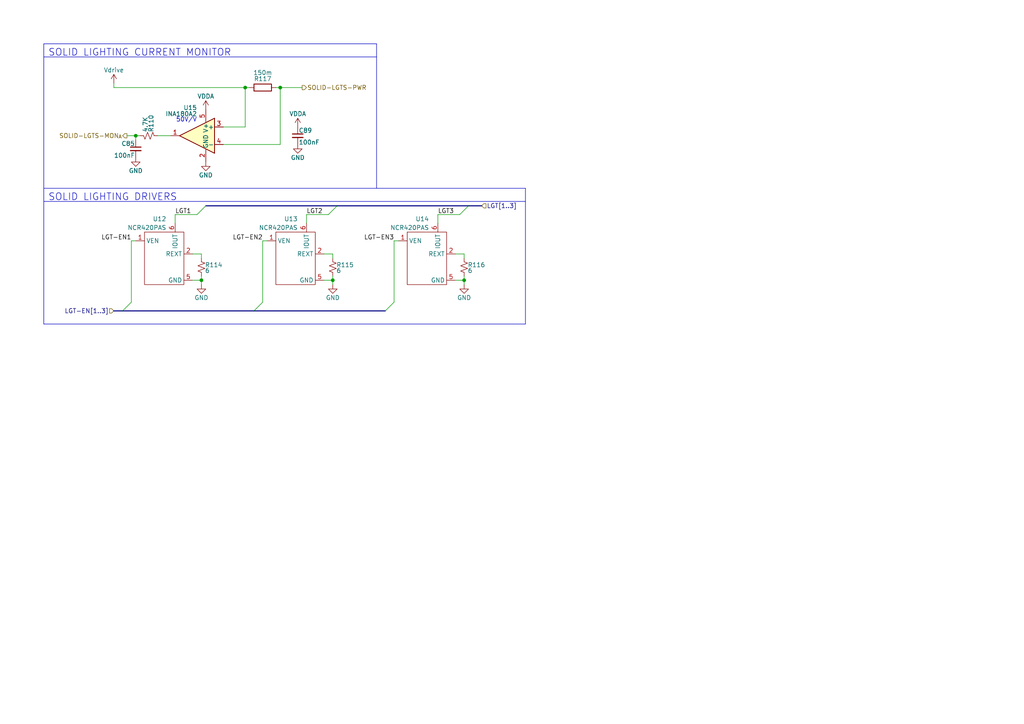
<source format=kicad_sch>
(kicad_sch (version 20230121) (generator eeschema)

  (uuid 922813a9-ddd9-402f-a53b-bac0564c2415)

  (paper "A4")

  (title_block
    (title "LightDrum")
    (rev "REV13")
    (company "Daxxn Industries")
  )

  (lib_symbols
    (symbol "Amplifier_Current:INA180A3" (pin_names (offset 0.127)) (in_bom yes) (on_board yes)
      (property "Reference" "U" (at 3.81 3.81 0)
        (effects (font (size 1.27 1.27)) (justify left))
      )
      (property "Value" "INA180A3" (at 3.81 -2.54 0)
        (effects (font (size 1.27 1.27)) (justify left))
      )
      (property "Footprint" "Package_TO_SOT_SMD:SOT-23-5" (at 1.27 1.27 0)
        (effects (font (size 1.27 1.27)) hide)
      )
      (property "Datasheet" "http://www.ti.com/lit/ds/symlink/ina180.pdf" (at 3.81 3.81 0)
        (effects (font (size 1.27 1.27)) hide)
      )
      (property "ki_keywords" "current monitor shunt sensor" (at 0 0 0)
        (effects (font (size 1.27 1.27)) hide)
      )
      (property "ki_description" "Current Sense Amplifier, 1 Circuit, Rail-to-Rail, 26V, Gain 100 V/V, SOT-23-5" (at 0 0 0)
        (effects (font (size 1.27 1.27)) hide)
      )
      (property "ki_fp_filters" "SOT?23*" (at 0 0 0)
        (effects (font (size 1.27 1.27)) hide)
      )
      (symbol "INA180A3_0_1"
        (polyline
          (pts
            (xy 5.08 0)
            (xy -5.08 5.08)
            (xy -5.08 -5.08)
            (xy 5.08 0)
          )
          (stroke (width 0.254) (type default))
          (fill (type background))
        )
      )
      (symbol "INA180A3_1_1"
        (pin output line (at 7.62 0 180) (length 2.54)
          (name "~" (effects (font (size 1.27 1.27))))
          (number "1" (effects (font (size 1.27 1.27))))
        )
        (pin power_in line (at -2.54 -7.62 90) (length 3.81)
          (name "GND" (effects (font (size 1.27 1.27))))
          (number "2" (effects (font (size 1.27 1.27))))
        )
        (pin input line (at -7.62 2.54 0) (length 2.54)
          (name "+" (effects (font (size 1.27 1.27))))
          (number "3" (effects (font (size 1.27 1.27))))
        )
        (pin input line (at -7.62 -2.54 0) (length 2.54)
          (name "-" (effects (font (size 1.27 1.27))))
          (number "4" (effects (font (size 1.27 1.27))))
        )
        (pin power_in line (at -2.54 7.62 270) (length 3.81)
          (name "V+" (effects (font (size 1.27 1.27))))
          (number "5" (effects (font (size 1.27 1.27))))
        )
      )
    )
    (symbol "Daxxn_Device:C" (pin_numbers hide) (pin_names (offset 0.254) hide) (in_bom yes) (on_board yes)
      (property "Reference" "C" (at 0.254 1.524 0)
        (effects (font (size 1.27 1.27)) (justify left))
      )
      (property "Value" "C" (at 0.254 -1.905 0)
        (effects (font (size 1.27 1.27)) (justify left))
      )
      (property "Footprint" "" (at 0 0 0)
        (effects (font (size 1.27 1.27)) hide)
      )
      (property "Datasheet" "~" (at 0 0 0)
        (effects (font (size 1.27 1.27)) hide)
      )
      (property "ki_keywords" "capacitor cap daxxn" (at 0 0 0)
        (effects (font (size 1.27 1.27)) hide)
      )
      (property "ki_description" "Unpolarized Capacitor" (at 0 0 0)
        (effects (font (size 1.27 1.27)) hide)
      )
      (property "ki_fp_filters" "C_*" (at 0 0 0)
        (effects (font (size 1.27 1.27)) hide)
      )
      (symbol "C_0_1"
        (polyline
          (pts
            (xy -1.524 -0.508)
            (xy 1.524 -0.508)
          )
          (stroke (width 0.3302) (type default))
          (fill (type none))
        )
        (polyline
          (pts
            (xy -1.524 0.508)
            (xy 1.524 0.508)
          )
          (stroke (width 0.3048) (type default))
          (fill (type none))
        )
      )
      (symbol "C_1_1"
        (pin passive line (at 0 2.54 270) (length 2.032)
          (name "~" (effects (font (size 1.27 1.27))))
          (number "1" (effects (font (size 1.27 1.27))))
        )
        (pin passive line (at 0 -2.54 90) (length 2.032)
          (name "~" (effects (font (size 1.27 1.27))))
          (number "2" (effects (font (size 1.27 1.27))))
        )
      )
    )
    (symbol "Daxxn_Device:R" (pin_numbers hide) (pin_names (offset 0.254) hide) (in_bom yes) (on_board yes)
      (property "Reference" "R" (at 1.016 0.635 0)
        (effects (font (size 1.27 1.27)) (justify left))
      )
      (property "Value" "R" (at 1.016 -1.016 0)
        (effects (font (size 1.27 1.27)) (justify left))
      )
      (property "Footprint" "" (at 0 0 0)
        (effects (font (size 1.27 1.27)) hide)
      )
      (property "Datasheet" "~" (at 0 0 0)
        (effects (font (size 1.27 1.27)) hide)
      )
      (property "ki_keywords" "r resistor daxxn" (at 0 0 0)
        (effects (font (size 1.27 1.27)) hide)
      )
      (property "ki_description" "Resistor" (at 0 0 0)
        (effects (font (size 1.27 1.27)) hide)
      )
      (property "ki_fp_filters" "R_*" (at 0 0 0)
        (effects (font (size 1.27 1.27)) hide)
      )
      (symbol "R_1_1"
        (polyline
          (pts
            (xy 0 0)
            (xy 1.016 -0.381)
            (xy 0 -0.762)
            (xy -1.016 -1.143)
            (xy 0 -1.524)
          )
          (stroke (width 0) (type default))
          (fill (type none))
        )
        (polyline
          (pts
            (xy 0 1.524)
            (xy 1.016 1.143)
            (xy 0 0.762)
            (xy -1.016 0.381)
            (xy 0 0)
          )
          (stroke (width 0) (type default))
          (fill (type none))
        )
        (pin passive line (at 0 2.54 270) (length 1.016)
          (name "~" (effects (font (size 1.27 1.27))))
          (number "1" (effects (font (size 1.27 1.27))))
        )
        (pin passive line (at 0 -2.54 90) (length 1.016)
          (name "~" (effects (font (size 1.27 1.27))))
          (number "2" (effects (font (size 1.27 1.27))))
        )
      )
    )
    (symbol "Daxxn_Device:R_Shunt" (pin_numbers hide) (pin_names (offset 0)) (in_bom yes) (on_board yes)
      (property "Reference" "R" (at -3.81 0 90)
        (effects (font (size 1.27 1.27)))
      )
      (property "Value" "R_Shunt" (at -2.032 0 90)
        (effects (font (size 1.27 1.27)))
      )
      (property "Footprint" "" (at -1.778 0 90)
        (effects (font (size 1.27 1.27)) hide)
      )
      (property "Datasheet" "~" (at 0.635 0 0)
        (effects (font (size 1.27 1.27)) hide)
      )
      (property "ki_keywords" "R res resistor daxxn" (at 0 0 0)
        (effects (font (size 1.27 1.27)) hide)
      )
      (property "ki_description" "Shunt Resistor" (at 0 0 0)
        (effects (font (size 1.27 1.27)) hide)
      )
      (property "ki_fp_filters" "R_*" (at 0 0 0)
        (effects (font (size 1.27 1.27)) hide)
      )
      (symbol "R_Shunt_0_1"
        (rectangle (start -1.016 -2.54) (end 1.016 2.54)
          (stroke (width 0.254) (type default))
          (fill (type none))
        )
      )
      (symbol "R_Shunt_1_1"
        (pin passive line (at 0 3.81 270) (length 1.27)
          (name "~" (effects (font (size 1.27 1.27))))
          (number "1" (effects (font (size 1.27 1.27))))
        )
        (pin passive line (at 0 -3.81 90) (length 1.27)
          (name "~" (effects (font (size 1.27 1.27))))
          (number "2" (effects (font (size 1.27 1.27))))
        )
      )
    )
    (symbol "Daxxn_IC:NCR420PAS" (in_bom yes) (on_board yes)
      (property "Reference" "U" (at 6.35 3.81 0)
        (effects (font (size 1.27 1.27)) (justify right))
      )
      (property "Value" "NCR420PAS" (at 6.35 1.27 0)
        (effects (font (size 1.27 1.27)) (justify right))
      )
      (property "Footprint" "Daxxn_Packages:DFN2020D-6_2x2mm-P0.65mm" (at -4.699 2.667 0)
        (effects (font (size 1.27 1.27)) hide)
      )
      (property "Datasheet" "%LOCAL_DATASHEETS%/NCR420PAS.pdf" (at 5.08 10.16 0)
        (effects (font (size 1.27 1.27)) hide)
      )
      (property "ki_keywords" "led driver pwm 150ma smd" (at 0 0 0)
        (effects (font (size 1.27 1.27)) hide)
      )
      (property "ki_description" "LED Driver 1 Output Linear With PWM Dimming 150mA DFN2020D-6 SMD" (at 0 0 0)
        (effects (font (size 1.27 1.27)) hide)
      )
      (symbol "NCR420PAS_0_0"
        (pin input line (at -2.54 -2.54 0) (length 2.54)
          (name "VEN" (effects (font (size 1.27 1.27))))
          (number "1" (effects (font (size 1.27 1.27))))
        )
        (pin passive line (at 13.97 -6.35 180) (length 2.54)
          (name "REXT" (effects (font (size 1.27 1.27))))
          (number "2" (effects (font (size 1.27 1.27))))
        )
        (pin no_connect line (at 3.81 -8.89 0) (length 2.54) hide
          (name "NC" (effects (font (size 1.27 1.27))))
          (number "3" (effects (font (size 1.27 1.27))))
        )
        (pin no_connect line (at 3.81 -8.89 0) (length 2.54) hide
          (name "NC" (effects (font (size 1.27 1.27))))
          (number "4" (effects (font (size 1.27 1.27))))
        )
        (pin power_out line (at 13.97 -13.97 180) (length 2.54)
          (name "GND" (effects (font (size 1.27 1.27))))
          (number "5" (effects (font (size 1.27 1.27))))
        )
        (pin input line (at 8.89 2.54 270) (length 2.54)
          (name "IOUT" (effects (font (size 1.27 1.27))))
          (number "6" (effects (font (size 1.27 1.27))))
        )
        (pin input line (at 8.89 2.54 270) (length 2.54) hide
          (name "IOUT" (effects (font (size 1.27 1.27))))
          (number "7" (effects (font (size 1.27 1.27))))
        )
        (pin no_connect line (at 3.81 -8.89 0) (length 2.54) hide
          (name "NC" (effects (font (size 1.27 1.27))))
          (number "8" (effects (font (size 1.27 1.27))))
        )
      )
      (symbol "NCR420PAS_0_1"
        (rectangle (start 0 0) (end 11.43 -15.24)
          (stroke (width 0) (type default))
          (fill (type none))
        )
      )
    )
    (symbol "PCM_4ms_Power-symbol:GND" (power) (pin_names (offset 0)) (in_bom yes) (on_board yes)
      (property "Reference" "#PWR" (at 0 -6.35 0)
        (effects (font (size 1.27 1.27)) hide)
      )
      (property "Value" "GND" (at 0 -3.81 0)
        (effects (font (size 1.27 1.27)))
      )
      (property "Footprint" "" (at 0 0 0)
        (effects (font (size 1.27 1.27)) hide)
      )
      (property "Datasheet" "" (at 0 0 0)
        (effects (font (size 1.27 1.27)) hide)
      )
      (symbol "GND_0_1"
        (polyline
          (pts
            (xy 0 0)
            (xy 0 -1.27)
            (xy 1.27 -1.27)
            (xy 0 -2.54)
            (xy -1.27 -1.27)
            (xy 0 -1.27)
          )
          (stroke (width 0) (type default))
          (fill (type none))
        )
      )
      (symbol "GND_1_1"
        (pin power_in line (at 0 0 270) (length 0) hide
          (name "GND" (effects (font (size 1.27 1.27))))
          (number "1" (effects (font (size 1.27 1.27))))
        )
      )
    )
    (symbol "power:VDDA" (power) (pin_names (offset 0)) (in_bom yes) (on_board yes)
      (property "Reference" "#PWR" (at 0 -3.81 0)
        (effects (font (size 1.27 1.27)) hide)
      )
      (property "Value" "VDDA" (at 0 3.81 0)
        (effects (font (size 1.27 1.27)))
      )
      (property "Footprint" "" (at 0 0 0)
        (effects (font (size 1.27 1.27)) hide)
      )
      (property "Datasheet" "" (at 0 0 0)
        (effects (font (size 1.27 1.27)) hide)
      )
      (property "ki_keywords" "global power" (at 0 0 0)
        (effects (font (size 1.27 1.27)) hide)
      )
      (property "ki_description" "Power symbol creates a global label with name \"VDDA\"" (at 0 0 0)
        (effects (font (size 1.27 1.27)) hide)
      )
      (symbol "VDDA_0_1"
        (polyline
          (pts
            (xy -0.762 1.27)
            (xy 0 2.54)
          )
          (stroke (width 0) (type default))
          (fill (type none))
        )
        (polyline
          (pts
            (xy 0 0)
            (xy 0 2.54)
          )
          (stroke (width 0) (type default))
          (fill (type none))
        )
        (polyline
          (pts
            (xy 0 2.54)
            (xy 0.762 1.27)
          )
          (stroke (width 0) (type default))
          (fill (type none))
        )
      )
      (symbol "VDDA_1_1"
        (pin power_in line (at 0 0 90) (length 0) hide
          (name "VDDA" (effects (font (size 1.27 1.27))))
          (number "1" (effects (font (size 1.27 1.27))))
        )
      )
    )
    (symbol "power:Vdrive" (power) (pin_names (offset 0)) (in_bom yes) (on_board yes)
      (property "Reference" "#PWR" (at -5.08 -3.81 0)
        (effects (font (size 1.27 1.27)) hide)
      )
      (property "Value" "Vdrive" (at 0 3.81 0)
        (effects (font (size 1.27 1.27)))
      )
      (property "Footprint" "" (at 0 0 0)
        (effects (font (size 1.27 1.27)) hide)
      )
      (property "Datasheet" "" (at 0 0 0)
        (effects (font (size 1.27 1.27)) hide)
      )
      (property "ki_keywords" "global power" (at 0 0 0)
        (effects (font (size 1.27 1.27)) hide)
      )
      (property "ki_description" "Power symbol creates a global label with name \"Vdrive\"" (at 0 0 0)
        (effects (font (size 1.27 1.27)) hide)
      )
      (symbol "Vdrive_0_1"
        (polyline
          (pts
            (xy -0.762 1.27)
            (xy 0 2.54)
          )
          (stroke (width 0) (type default))
          (fill (type none))
        )
        (polyline
          (pts
            (xy 0 0)
            (xy 0 2.54)
          )
          (stroke (width 0) (type default))
          (fill (type none))
        )
        (polyline
          (pts
            (xy 0 2.54)
            (xy 0.762 1.27)
          )
          (stroke (width 0) (type default))
          (fill (type none))
        )
      )
      (symbol "Vdrive_1_1"
        (pin power_in line (at 0 0 90) (length 0) hide
          (name "Vdrive" (effects (font (size 1.27 1.27))))
          (number "1" (effects (font (size 1.27 1.27))))
        )
      )
    )
  )

  (junction (at 134.62 81.28) (diameter 0) (color 0 0 0 0)
    (uuid 2d7e6966-ff6d-41ef-830b-a12d99464564)
  )
  (junction (at 58.42 81.28) (diameter 0) (color 0 0 0 0)
    (uuid 61f87cc1-50a7-47d6-9ea0-f1ceda159107)
  )
  (junction (at 39.37 39.37) (diameter 0) (color 0 0 0 0)
    (uuid 664b1810-1f25-42a7-849c-8ea47d8e62ab)
  )
  (junction (at 81.28 25.4) (diameter 0) (color 0 0 0 0)
    (uuid 9a79fc5b-f760-418d-bece-8c59f979c604)
  )
  (junction (at 96.52 81.28) (diameter 0) (color 0 0 0 0)
    (uuid d6d8a838-4c5f-422b-8e3a-716dd9bbba0b)
  )
  (junction (at 71.12 25.4) (diameter 0) (color 0 0 0 0)
    (uuid ebd3e226-165c-4d39-a595-759bb27bd8eb)
  )

  (bus_entry (at 57.15 62.23) (size 2.54 -2.54)
    (stroke (width 0) (type default))
    (uuid 353a01a5-652f-42e5-ab83-157d37a8c791)
  )
  (bus_entry (at 35.56 90.17) (size 2.54 -2.54)
    (stroke (width 0) (type default))
    (uuid 56add277-e88c-4ee6-87b0-082c64b3a91d)
  )
  (bus_entry (at 133.35 62.23) (size 2.54 -2.54)
    (stroke (width 0) (type default))
    (uuid 6e952ac6-6f52-4012-89b6-a471d8ff0afb)
  )
  (bus_entry (at 73.66 90.17) (size 2.54 -2.54)
    (stroke (width 0) (type default))
    (uuid 79f42a8a-5c08-4e08-9e30-44bea07269a8)
  )
  (bus_entry (at 111.76 90.17) (size 2.54 -2.54)
    (stroke (width 0) (type default))
    (uuid 7b223446-0bc3-4368-a9c1-bb8a5ef5ca1a)
  )
  (bus_entry (at 95.25 62.23) (size 2.54 -2.54)
    (stroke (width 0) (type default))
    (uuid c1984d94-1ec2-48fb-b14f-0dd27a365cd3)
  )

  (bus (pts (xy 59.69 59.69) (xy 97.79 59.69))
    (stroke (width 0) (type default))
    (uuid 0ae3432e-37b2-40ae-b173-2ff4a4b02b90)
  )

  (wire (pts (xy 96.52 81.28) (xy 96.52 82.55))
    (stroke (width 0) (type default))
    (uuid 0d043ace-13ed-4f6a-a4c1-4a499edae8c6)
  )
  (polyline (pts (xy 109.22 54.61) (xy 152.4 54.61))
    (stroke (width 0) (type default))
    (uuid 10215d58-8f32-4253-8d1c-d1619490617c)
  )

  (wire (pts (xy 127 62.23) (xy 127 64.77))
    (stroke (width 0) (type default))
    (uuid 15a841ff-009e-471d-aa3c-c05265ff7fae)
  )
  (wire (pts (xy 50.8 62.23) (xy 57.15 62.23))
    (stroke (width 0) (type default))
    (uuid 18c9ed0b-ec42-42e0-9db6-2cc408fc478b)
  )
  (wire (pts (xy 58.42 80.01) (xy 58.42 81.28))
    (stroke (width 0) (type default))
    (uuid 214b03d6-a4ac-4460-916c-7c0691094c2d)
  )
  (wire (pts (xy 33.02 24.13) (xy 33.02 25.4))
    (stroke (width 0) (type default))
    (uuid 27d78234-d824-4e4c-b977-1fd236df621e)
  )
  (wire (pts (xy 71.12 36.83) (xy 64.77 36.83))
    (stroke (width 0) (type default))
    (uuid 336f054b-7f77-478f-8301-3c9e16bcc18f)
  )
  (wire (pts (xy 134.62 80.01) (xy 134.62 81.28))
    (stroke (width 0) (type default))
    (uuid 338c400d-c4aa-49e0-b98e-638c9e679135)
  )
  (wire (pts (xy 76.2 87.63) (xy 76.2 69.85))
    (stroke (width 0) (type default))
    (uuid 34e46ada-f813-41f1-ba3b-456b720c3d77)
  )
  (wire (pts (xy 36.83 39.37) (xy 39.37 39.37))
    (stroke (width 0) (type default))
    (uuid 35e24b37-a2c8-4ffd-8256-2437619f9623)
  )
  (wire (pts (xy 132.08 81.28) (xy 134.62 81.28))
    (stroke (width 0) (type default))
    (uuid 3ccc1a9c-7e7c-49d8-8d3c-2fc94140636b)
  )
  (wire (pts (xy 93.98 81.28) (xy 96.52 81.28))
    (stroke (width 0) (type default))
    (uuid 43afaf08-2fdd-4d89-8d3c-a210671136bc)
  )
  (polyline (pts (xy 12.7 58.42) (xy 152.4 58.42))
    (stroke (width 0) (type default))
    (uuid 45491bba-50bd-4660-b533-f3cc8aee6789)
  )

  (wire (pts (xy 38.1 87.63) (xy 38.1 69.85))
    (stroke (width 0) (type default))
    (uuid 56ac3afe-863f-40d5-b360-958c2d948263)
  )
  (polyline (pts (xy 12.7 12.7) (xy 12.7 54.61))
    (stroke (width 0) (type default))
    (uuid 5787f163-228c-49b7-8a0e-251b7b166467)
  )

  (wire (pts (xy 45.72 39.37) (xy 49.53 39.37))
    (stroke (width 0) (type default))
    (uuid 5dd39bda-c239-4e57-9a5e-72738202c3c4)
  )
  (wire (pts (xy 133.35 62.23) (xy 127 62.23))
    (stroke (width 0) (type default))
    (uuid 6339a858-a346-4c9d-aa7f-015d4f4de906)
  )
  (polyline (pts (xy 12.7 12.7) (xy 109.22 12.7))
    (stroke (width 0) (type default))
    (uuid 6bd81579-b046-4cfb-8047-12c26fdf082f)
  )

  (wire (pts (xy 114.3 87.63) (xy 114.3 69.85))
    (stroke (width 0) (type default))
    (uuid 7137fccc-6a1a-4b7e-9053-55bd3f803029)
  )
  (wire (pts (xy 55.88 81.28) (xy 58.42 81.28))
    (stroke (width 0) (type default))
    (uuid 8308f60d-0397-448b-beb7-605b4bbe1ad2)
  )
  (wire (pts (xy 134.62 81.28) (xy 134.62 82.55))
    (stroke (width 0) (type default))
    (uuid 8537c6ff-1c49-4f34-9415-9e977fe23884)
  )
  (wire (pts (xy 81.28 41.91) (xy 81.28 25.4))
    (stroke (width 0) (type default))
    (uuid 87b0e9d8-8bb1-4507-8e2c-175a501d94e6)
  )
  (wire (pts (xy 81.28 25.4) (xy 87.63 25.4))
    (stroke (width 0) (type default))
    (uuid 8df59cdd-4b69-4599-ba04-31a3fda5c324)
  )
  (bus (pts (xy 33.02 90.17) (xy 35.56 90.17))
    (stroke (width 0) (type default))
    (uuid 92beb391-634a-4639-826b-ed90d4c7b832)
  )

  (wire (pts (xy 88.9 62.23) (xy 88.9 64.77))
    (stroke (width 0) (type default))
    (uuid 92ef088b-b31e-40d6-a835-bd56b5281a33)
  )
  (wire (pts (xy 40.64 39.37) (xy 39.37 39.37))
    (stroke (width 0) (type default))
    (uuid 9466beac-7040-4e8e-bc19-6a9054bd74c1)
  )
  (wire (pts (xy 39.37 39.37) (xy 39.37 40.64))
    (stroke (width 0) (type default))
    (uuid 9e04175a-fd82-4af3-91a9-87a869641ef7)
  )
  (wire (pts (xy 95.25 62.23) (xy 88.9 62.23))
    (stroke (width 0) (type default))
    (uuid 9ec77ec2-6991-415a-b760-d2ccd23ba789)
  )
  (wire (pts (xy 93.98 73.66) (xy 96.52 73.66))
    (stroke (width 0) (type default))
    (uuid a2d4fab0-b46a-4055-9ce4-5482eb5df5d7)
  )
  (wire (pts (xy 33.02 25.4) (xy 71.12 25.4))
    (stroke (width 0) (type default))
    (uuid a54d97b0-23f0-48e4-845e-684e6b17e551)
  )
  (wire (pts (xy 134.62 73.66) (xy 134.62 74.93))
    (stroke (width 0) (type default))
    (uuid a5833fb2-862d-4ce5-a566-e27838150cf2)
  )
  (wire (pts (xy 114.3 69.85) (xy 115.57 69.85))
    (stroke (width 0) (type default))
    (uuid a92d1346-ba9c-48cc-a8da-4862041db993)
  )
  (polyline (pts (xy 12.7 93.98) (xy 12.7 54.61))
    (stroke (width 0) (type default))
    (uuid ae10dbcc-f72e-4bc6-a738-68982fae0cc7)
  )

  (bus (pts (xy 35.56 90.17) (xy 73.66 90.17))
    (stroke (width 0) (type default))
    (uuid aec1eaa1-54f1-4eb6-ba47-f293dbad9d51)
  )

  (wire (pts (xy 58.42 73.66) (xy 58.42 74.93))
    (stroke (width 0) (type default))
    (uuid b1ddef79-a1a1-4fb5-ba4d-e19b2bfd2086)
  )
  (wire (pts (xy 132.08 73.66) (xy 134.62 73.66))
    (stroke (width 0) (type default))
    (uuid b3c64fbe-0d17-413c-aa25-e400e502ba31)
  )
  (bus (pts (xy 135.89 59.69) (xy 139.7 59.69))
    (stroke (width 0) (type default))
    (uuid b6470328-5acf-449b-9d2f-e0c8bbcee076)
  )

  (wire (pts (xy 50.8 62.23) (xy 50.8 64.77))
    (stroke (width 0) (type default))
    (uuid b65d7b69-9b0b-459c-a4c0-2638b607dee2)
  )
  (wire (pts (xy 58.42 81.28) (xy 58.42 82.55))
    (stroke (width 0) (type default))
    (uuid ba33a92c-d749-45a8-879c-fb66a0e466c9)
  )
  (wire (pts (xy 71.12 25.4) (xy 72.39 25.4))
    (stroke (width 0) (type default))
    (uuid bab407d2-e491-499f-af42-4b2ae38da755)
  )
  (wire (pts (xy 71.12 25.4) (xy 71.12 36.83))
    (stroke (width 0) (type default))
    (uuid c36dc050-136a-4d96-8005-e9bfadc9a34e)
  )
  (wire (pts (xy 38.1 69.85) (xy 39.37 69.85))
    (stroke (width 0) (type default))
    (uuid c377dc46-1641-4362-88c4-33d41a3f9b91)
  )
  (polyline (pts (xy 109.22 54.61) (xy 12.7 54.61))
    (stroke (width 0) (type default))
    (uuid c7ab75fb-31eb-413c-80e5-336153810641)
  )

  (wire (pts (xy 76.2 69.85) (xy 77.47 69.85))
    (stroke (width 0) (type default))
    (uuid cb92c4d4-5b72-469c-93ca-83482ce723e6)
  )
  (wire (pts (xy 96.52 80.01) (xy 96.52 81.28))
    (stroke (width 0) (type default))
    (uuid d345a561-fb18-49b7-9984-33a1dd715b65)
  )
  (wire (pts (xy 55.88 73.66) (xy 58.42 73.66))
    (stroke (width 0) (type default))
    (uuid d533ea16-25e1-4ba6-98dc-4139180abed8)
  )
  (wire (pts (xy 81.28 25.4) (xy 80.01 25.4))
    (stroke (width 0) (type default))
    (uuid d6448741-cea4-4942-a3ba-01c42d35835f)
  )
  (polyline (pts (xy 12.7 16.51) (xy 109.22 16.51))
    (stroke (width 0) (type default))
    (uuid d99067b8-a454-44a5-b12b-5020748f66f9)
  )

  (bus (pts (xy 73.66 90.17) (xy 111.76 90.17))
    (stroke (width 0) (type default))
    (uuid db216237-4fd2-4d06-83cc-c3e097f3ce13)
  )

  (polyline (pts (xy 152.4 54.61) (xy 152.4 93.98))
    (stroke (width 0) (type default))
    (uuid def81600-5516-44c3-89cf-c38b0bcbb036)
  )

  (wire (pts (xy 64.77 41.91) (xy 81.28 41.91))
    (stroke (width 0) (type default))
    (uuid e4d11af4-746e-4671-943f-8449403c6de2)
  )
  (bus (pts (xy 97.79 59.69) (xy 135.89 59.69))
    (stroke (width 0) (type default))
    (uuid e701572a-5baa-4fff-91b7-ccf171e6f221)
  )

  (wire (pts (xy 96.52 73.66) (xy 96.52 74.93))
    (stroke (width 0) (type default))
    (uuid ec4b85e7-e8ea-4305-80a7-a5389cfd1a16)
  )
  (polyline (pts (xy 152.4 93.98) (xy 12.7 93.98))
    (stroke (width 0) (type default))
    (uuid f284acea-af11-4532-80fb-57959f142e75)
  )
  (polyline (pts (xy 109.22 12.7) (xy 109.22 54.61))
    (stroke (width 0) (type default))
    (uuid f4828647-4166-4267-b51e-9ffafd52d6b5)
  )

  (text "50V/V" (at 57.15 35.56 0)
    (effects (font (size 1.27 1.27)) (justify right bottom))
    (uuid 53a28332-ea17-44e1-a06f-00120c5a1300)
  )
  (text "SOLID LIGHTING CURRENT MONITOR" (at 13.97 16.51 0)
    (effects (font (size 2 2)) (justify left bottom))
    (uuid 6bd3172e-5929-41c1-881a-63e85797401c)
  )
  (text "SOLID LIGHTING DRIVERS" (at 13.97 58.42 0)
    (effects (font (size 2 2)) (justify left bottom))
    (uuid dc524d1e-f404-4ae1-96e8-60cc23f607a5)
  )

  (label "LGT-EN3" (at 114.3 69.85 180) (fields_autoplaced)
    (effects (font (size 1.27 1.27)) (justify right bottom))
    (uuid 7125ecea-9ca9-49c1-b0ce-59357758ad62)
  )
  (label "LGT1" (at 50.8 62.23 0) (fields_autoplaced)
    (effects (font (size 1.27 1.27)) (justify left bottom))
    (uuid 74b1d6f6-692e-4286-bafa-6afbd4d24c28)
  )
  (label "LGT-EN1" (at 38.1 69.85 180) (fields_autoplaced)
    (effects (font (size 1.27 1.27)) (justify right bottom))
    (uuid 7a62c23c-b288-4b3f-a43c-78f59e604937)
  )
  (label "LGT-EN2" (at 76.2 69.85 180) (fields_autoplaced)
    (effects (font (size 1.27 1.27)) (justify right bottom))
    (uuid 7fe9e379-8e6f-44ec-9ea0-37df6a5b1ecf)
  )
  (label "LGT3" (at 127 62.23 0) (fields_autoplaced)
    (effects (font (size 1.27 1.27)) (justify left bottom))
    (uuid 81c15d52-ece8-4293-9cd1-68c56d693dfa)
  )
  (label "LGT2" (at 88.9 62.23 0) (fields_autoplaced)
    (effects (font (size 1.27 1.27)) (justify left bottom))
    (uuid cca9c9d9-f9c5-471b-970a-76f5555b8e28)
  )

  (hierarchical_label "LGT-EN[1..3]" (shape input) (at 33.02 90.17 180) (fields_autoplaced)
    (effects (font (size 1.27 1.27)) (justify right))
    (uuid 1928125f-475c-4930-aa4f-0809431333df)
  )
  (hierarchical_label "SOLID-LGTS-MON_{A}" (shape output) (at 36.83 39.37 180) (fields_autoplaced)
    (effects (font (size 1.27 1.27)) (justify right))
    (uuid 240e8be1-53ee-4a8f-87ad-8927128120fb)
  )
  (hierarchical_label "LGT[1..3]" (shape input) (at 139.7 59.69 0) (fields_autoplaced)
    (effects (font (size 1.27 1.27)) (justify left))
    (uuid 2bcbd096-ce67-4cec-9d2d-8331d15067da)
  )
  (hierarchical_label "SOLID-LGTS-PWR" (shape output) (at 87.63 25.4 0) (fields_autoplaced)
    (effects (font (size 1.27 1.27)) (justify left))
    (uuid df342b22-c38d-4d75-909c-2f7fdf24287a)
  )

  (symbol (lib_id "power:VDDA") (at 86.36 36.83 0) (unit 1)
    (in_bom yes) (on_board yes) (dnp no)
    (uuid 07a0fb2b-a8f3-4815-8a48-7a3916deebc0)
    (property "Reference" "#PWR0131" (at 86.36 40.64 0)
      (effects (font (size 1.27 1.27)) hide)
    )
    (property "Value" "VDDA" (at 86.36 33.02 0)
      (effects (font (size 1.27 1.27)))
    )
    (property "Footprint" "" (at 86.36 36.83 0)
      (effects (font (size 1.27 1.27)) hide)
    )
    (property "Datasheet" "" (at 86.36 36.83 0)
      (effects (font (size 1.27 1.27)) hide)
    )
    (pin "1" (uuid 431d09f2-6706-43d3-9f95-10c9da5176d5))
    (instances
      (project "LightDrum"
        (path "/7f137461-fd46-4a4c-8db7-555d487fb3ca/c5b6f44f-b454-4d73-ae8d-4f0249b04054/f487ad54-ecfd-46ce-97af-fbacfbdc739e"
          (reference "#PWR0131") (unit 1)
        )
      )
    )
  )

  (symbol (lib_id "Daxxn_Device:R") (at 96.52 77.47 0) (unit 1)
    (in_bom yes) (on_board yes) (dnp no)
    (uuid 352698ef-6862-4276-a0f4-944e5c011aa1)
    (property "Reference" "R115" (at 97.536 76.835 0)
      (effects (font (size 1.27 1.27)) (justify left))
    )
    (property "Value" "6" (at 97.536 78.486 0)
      (effects (font (size 1.27 1.27)) (justify left))
    )
    (property "Footprint" "Resistor_SMD:R_0402_1005Metric" (at 96.52 77.47 0)
      (effects (font (size 1.27 1.27)) hide)
    )
    (property "Datasheet" "~" (at 96.52 77.47 0)
      (effects (font (size 1.27 1.27)) hide)
    )
    (property "Schematic" "" (at 96.52 77.47 0)
      (effects (font (size 1.27 1.27)) hide)
    )
    (property "PartNumber" "" (at 96.52 77.47 0)
      (effects (font (size 1.27 1.27)))
    )
    (property "SupplierPN" "" (at 96.52 77.47 0)
      (effects (font (size 1.27 1.27)) hide)
    )
    (pin "1" (uuid bcd08f50-d4b6-4818-be6c-743ecc2ccb6e))
    (pin "2" (uuid e8ba8781-8599-4415-963f-88cc5dd78f8c))
    (instances
      (project "LightDrum"
        (path "/7f137461-fd46-4a4c-8db7-555d487fb3ca/c5b6f44f-b454-4d73-ae8d-4f0249b04054/f487ad54-ecfd-46ce-97af-fbacfbdc739e"
          (reference "R115") (unit 1)
        )
      )
    )
  )

  (symbol (lib_id "Daxxn_IC:NCR420PAS") (at 118.11 67.31 0) (unit 1)
    (in_bom yes) (on_board yes) (dnp no)
    (uuid 381dd522-7188-458d-a0ad-7afcaa9c2ca8)
    (property "Reference" "U14" (at 124.46 63.5 0)
      (effects (font (size 1.27 1.27)) (justify right))
    )
    (property "Value" "NCR420PAS" (at 124.46 66.04 0)
      (effects (font (size 1.27 1.27)) (justify right))
    )
    (property "Footprint" "Daxxn_Packages:DFN2020D-6_2x2mm-P0.65mm" (at 113.411 64.643 0)
      (effects (font (size 1.27 1.27)) hide)
    )
    (property "Datasheet" "%LOCAL_DATASHEETS%/NCR420PAS.pdf" (at 123.19 57.15 0)
      (effects (font (size 1.27 1.27)) hide)
    )
    (property "Schematic" "" (at 118.11 67.31 0)
      (effects (font (size 1.27 1.27)) hide)
    )
    (property "PartNumber" "" (at 118.11 67.31 0)
      (effects (font (size 1.27 1.27)))
    )
    (property "SupplierPN" "" (at 118.11 67.31 0)
      (effects (font (size 1.27 1.27)) hide)
    )
    (pin "1" (uuid 1653d22f-7d27-4ad8-a269-7435f5aa83b1))
    (pin "2" (uuid 340de8af-b807-4039-8833-573be73b9aa0))
    (pin "3" (uuid 25d8b61c-4e9c-412f-8af3-5896f450fff8))
    (pin "4" (uuid c76b229f-4a42-4cd8-930e-9e5985c9204c))
    (pin "5" (uuid ff12f50f-053a-457f-81ee-f74f6d694592))
    (pin "6" (uuid 568916dd-2d1b-4d07-947e-db98215e7661))
    (pin "7" (uuid 7c25bb8b-9d0d-455b-8dc3-91c291e6ca6d))
    (pin "8" (uuid 13a719e5-d541-486f-bf60-77fc0b05f4ab))
    (instances
      (project "LightDrum"
        (path "/7f137461-fd46-4a4c-8db7-555d487fb3ca/c5b6f44f-b454-4d73-ae8d-4f0249b04054/f487ad54-ecfd-46ce-97af-fbacfbdc739e"
          (reference "U14") (unit 1)
        )
      )
    )
  )

  (symbol (lib_id "Daxxn_Device:R") (at 58.42 77.47 0) (unit 1)
    (in_bom yes) (on_board yes) (dnp no)
    (uuid 38c941d2-075f-4ebf-82ec-4925abfd49cc)
    (property "Reference" "R114" (at 59.436 76.835 0)
      (effects (font (size 1.27 1.27)) (justify left))
    )
    (property "Value" "6" (at 59.436 78.486 0)
      (effects (font (size 1.27 1.27)) (justify left))
    )
    (property "Footprint" "Resistor_SMD:R_0402_1005Metric" (at 58.42 77.47 0)
      (effects (font (size 1.27 1.27)) hide)
    )
    (property "Datasheet" "~" (at 58.42 77.47 0)
      (effects (font (size 1.27 1.27)) hide)
    )
    (property "Schematic" "" (at 58.42 77.47 0)
      (effects (font (size 1.27 1.27)) hide)
    )
    (property "PartNumber" "" (at 58.42 77.47 0)
      (effects (font (size 1.27 1.27)))
    )
    (property "SupplierPN" "" (at 58.42 77.47 0)
      (effects (font (size 1.27 1.27)) hide)
    )
    (pin "1" (uuid a4e48b2c-c854-4a11-9f83-10f639cb825a))
    (pin "2" (uuid 864e93b0-9ac1-4f3c-951d-259f01f06c35))
    (instances
      (project "LightDrum"
        (path "/7f137461-fd46-4a4c-8db7-555d487fb3ca/c5b6f44f-b454-4d73-ae8d-4f0249b04054/f487ad54-ecfd-46ce-97af-fbacfbdc739e"
          (reference "R114") (unit 1)
        )
      )
    )
  )

  (symbol (lib_id "Daxxn_Device:C") (at 39.37 43.18 0) (mirror y) (unit 1)
    (in_bom yes) (on_board yes) (dnp no)
    (uuid 5235873a-c8dc-4257-b24d-7e21cf551ddc)
    (property "Reference" "C85" (at 39.116 41.656 0)
      (effects (font (size 1.27 1.27)) (justify left))
    )
    (property "Value" "100nF" (at 39.116 45.085 0)
      (effects (font (size 1.27 1.27)) (justify left))
    )
    (property "Footprint" "Capacitor_SMD:C_0402_1005Metric" (at 39.37 43.18 0)
      (effects (font (size 1.27 1.27)) hide)
    )
    (property "Datasheet" "~" (at 39.37 43.18 0)
      (effects (font (size 1.27 1.27)) hide)
    )
    (property "Schematic" "" (at 39.37 43.18 0)
      (effects (font (size 1.27 1.27)) hide)
    )
    (property "PartNumber" "" (at 39.37 43.18 0)
      (effects (font (size 1.27 1.27)))
    )
    (property "SupplierPN" "" (at 39.37 43.18 0)
      (effects (font (size 1.27 1.27)) hide)
    )
    (pin "1" (uuid 6ff177c9-cabb-4c9c-a3ed-fb18cd0426ee))
    (pin "2" (uuid 7813e0a8-3015-4b61-aec6-b454053a3d4c))
    (instances
      (project "LightDrum"
        (path "/7f137461-fd46-4a4c-8db7-555d487fb3ca/c5b6f44f-b454-4d73-ae8d-4f0249b04054/c531f82f-a257-4f09-9fb4-dd6a683aa13c"
          (reference "C85") (unit 1)
        )
        (path "/7f137461-fd46-4a4c-8db7-555d487fb3ca/c5b6f44f-b454-4d73-ae8d-4f0249b04054/f487ad54-ecfd-46ce-97af-fbacfbdc739e"
          (reference "C90") (unit 1)
        )
      )
    )
  )

  (symbol (lib_id "Amplifier_Current:INA180A3") (at 57.15 39.37 0) (mirror y) (unit 1)
    (in_bom yes) (on_board yes) (dnp no)
    (uuid 529adf9c-db71-4d07-9dbd-ce5d4a8f5855)
    (property "Reference" "U15" (at 57.15 31.242 0)
      (effects (font (size 1.27 1.27)) (justify left))
    )
    (property "Value" "INA180A2" (at 57.15 33.02 0)
      (effects (font (size 1.27 1.27)) (justify left))
    )
    (property "Footprint" "Package_TO_SOT_SMD:SOT-23-5" (at 55.88 38.1 0)
      (effects (font (size 1.27 1.27)) hide)
    )
    (property "Datasheet" "http://www.ti.com/lit/ds/symlink/ina180.pdf" (at 53.34 35.56 0)
      (effects (font (size 1.27 1.27)) hide)
    )
    (pin "1" (uuid a66ad53f-4cb9-4415-ad7f-249ed3f0cd1f))
    (pin "2" (uuid 2a1fcb9a-b557-4121-a573-db9c8670a32d))
    (pin "3" (uuid 54429c69-c1c4-4cc3-86fa-4708d640b5a7))
    (pin "4" (uuid 0a452e4e-b6ba-4f39-9182-489cef676c18))
    (pin "5" (uuid a3dde46e-2433-46ba-b6ef-79d25b95aeba))
    (instances
      (project "LightDrum"
        (path "/7f137461-fd46-4a4c-8db7-555d487fb3ca/c5b6f44f-b454-4d73-ae8d-4f0249b04054/f487ad54-ecfd-46ce-97af-fbacfbdc739e"
          (reference "U15") (unit 1)
        )
      )
    )
  )

  (symbol (lib_id "Daxxn_Device:R") (at 134.62 77.47 0) (unit 1)
    (in_bom yes) (on_board yes) (dnp no)
    (uuid 5aac7e85-77dc-46fa-82d4-eb0c67f2b004)
    (property "Reference" "R116" (at 135.636 76.835 0)
      (effects (font (size 1.27 1.27)) (justify left))
    )
    (property "Value" "6" (at 135.636 78.486 0)
      (effects (font (size 1.27 1.27)) (justify left))
    )
    (property "Footprint" "Resistor_SMD:R_0402_1005Metric" (at 134.62 77.47 0)
      (effects (font (size 1.27 1.27)) hide)
    )
    (property "Datasheet" "~" (at 134.62 77.47 0)
      (effects (font (size 1.27 1.27)) hide)
    )
    (property "Schematic" "" (at 134.62 77.47 0)
      (effects (font (size 1.27 1.27)) hide)
    )
    (property "PartNumber" "" (at 134.62 77.47 0)
      (effects (font (size 1.27 1.27)))
    )
    (property "SupplierPN" "" (at 134.62 77.47 0)
      (effects (font (size 1.27 1.27)) hide)
    )
    (pin "1" (uuid 882e2c94-faf7-4cf7-a4d0-ad6b04ba4071))
    (pin "2" (uuid efcccbee-a7fb-45f3-98ea-4f97974efebc))
    (instances
      (project "LightDrum"
        (path "/7f137461-fd46-4a4c-8db7-555d487fb3ca/c5b6f44f-b454-4d73-ae8d-4f0249b04054/f487ad54-ecfd-46ce-97af-fbacfbdc739e"
          (reference "R116") (unit 1)
        )
      )
    )
  )

  (symbol (lib_id "Daxxn_Device:C") (at 86.36 39.37 0) (unit 1)
    (in_bom yes) (on_board yes) (dnp no)
    (uuid 8162af37-1a1d-4ab7-af8c-84ccd6ebfe0a)
    (property "Reference" "C89" (at 86.614 37.846 0)
      (effects (font (size 1.27 1.27)) (justify left))
    )
    (property "Value" "100nF" (at 86.614 41.275 0)
      (effects (font (size 1.27 1.27)) (justify left))
    )
    (property "Footprint" "Capacitor_SMD:C_0402_1005Metric" (at 86.36 39.37 0)
      (effects (font (size 1.27 1.27)) hide)
    )
    (property "Datasheet" "~" (at 86.36 39.37 0)
      (effects (font (size 1.27 1.27)) hide)
    )
    (property "Schematic" "" (at 86.36 39.37 0)
      (effects (font (size 1.27 1.27)) hide)
    )
    (property "PartNumber" "" (at 86.36 39.37 0)
      (effects (font (size 1.27 1.27)))
    )
    (property "SupplierPN" "" (at 86.36 39.37 0)
      (effects (font (size 1.27 1.27)) hide)
    )
    (pin "1" (uuid 05e60bc7-b034-4f38-bca5-3ff5587ea1cb))
    (pin "2" (uuid add3b77b-244d-4667-8dba-af4c89825c73))
    (instances
      (project "LightDrum"
        (path "/7f137461-fd46-4a4c-8db7-555d487fb3ca/c5b6f44f-b454-4d73-ae8d-4f0249b04054/f487ad54-ecfd-46ce-97af-fbacfbdc739e"
          (reference "C89") (unit 1)
        )
      )
    )
  )

  (symbol (lib_id "power:Vdrive") (at 33.02 24.13 0) (unit 1)
    (in_bom yes) (on_board yes) (dnp no)
    (uuid 8707362a-322b-4e28-ae26-956a9b4708f1)
    (property "Reference" "#PWR0126" (at 27.94 27.94 0)
      (effects (font (size 1.27 1.27)) hide)
    )
    (property "Value" "Vdrive" (at 33.02 20.32 0)
      (effects (font (size 1.27 1.27)))
    )
    (property "Footprint" "" (at 33.02 24.13 0)
      (effects (font (size 1.27 1.27)) hide)
    )
    (property "Datasheet" "" (at 33.02 24.13 0)
      (effects (font (size 1.27 1.27)) hide)
    )
    (pin "1" (uuid 223e5508-91c8-4dce-91c7-634f626933c2))
    (instances
      (project "LightDrum"
        (path "/7f137461-fd46-4a4c-8db7-555d487fb3ca/c5b6f44f-b454-4d73-ae8d-4f0249b04054/f487ad54-ecfd-46ce-97af-fbacfbdc739e"
          (reference "#PWR0126") (unit 1)
        )
      )
    )
  )

  (symbol (lib_id "PCM_4ms_Power-symbol:GND") (at 59.69 46.99 0) (unit 1)
    (in_bom yes) (on_board yes) (dnp no)
    (uuid 87f7a9c0-e90a-4731-a25d-0f05759654f8)
    (property "Reference" "#PWR0129" (at 59.69 53.34 0)
      (effects (font (size 1.27 1.27)) hide)
    )
    (property "Value" "GND" (at 59.69 50.8 0)
      (effects (font (size 1.27 1.27)))
    )
    (property "Footprint" "" (at 59.69 46.99 0)
      (effects (font (size 1.27 1.27)) hide)
    )
    (property "Datasheet" "" (at 59.69 46.99 0)
      (effects (font (size 1.27 1.27)) hide)
    )
    (pin "1" (uuid 8282fe85-70b1-45d9-abcf-00163cc106d6))
    (instances
      (project "LightDrum"
        (path "/7f137461-fd46-4a4c-8db7-555d487fb3ca/c5b6f44f-b454-4d73-ae8d-4f0249b04054/f487ad54-ecfd-46ce-97af-fbacfbdc739e"
          (reference "#PWR0129") (unit 1)
        )
      )
    )
  )

  (symbol (lib_id "power:VDDA") (at 59.69 31.75 0) (unit 1)
    (in_bom yes) (on_board yes) (dnp no)
    (uuid 9c0f661c-3b9a-4969-a10a-6a41be52d200)
    (property "Reference" "#PWR0130" (at 59.69 35.56 0)
      (effects (font (size 1.27 1.27)) hide)
    )
    (property "Value" "VDDA" (at 59.69 27.94 0)
      (effects (font (size 1.27 1.27)))
    )
    (property "Footprint" "" (at 59.69 31.75 0)
      (effects (font (size 1.27 1.27)) hide)
    )
    (property "Datasheet" "" (at 59.69 31.75 0)
      (effects (font (size 1.27 1.27)) hide)
    )
    (pin "1" (uuid 663c4016-c6c6-4829-b6e3-b3a9c13d0837))
    (instances
      (project "LightDrum"
        (path "/7f137461-fd46-4a4c-8db7-555d487fb3ca/c5b6f44f-b454-4d73-ae8d-4f0249b04054/f487ad54-ecfd-46ce-97af-fbacfbdc739e"
          (reference "#PWR0130") (unit 1)
        )
      )
    )
  )

  (symbol (lib_id "PCM_4ms_Power-symbol:GND") (at 39.37 45.72 0) (unit 1)
    (in_bom yes) (on_board yes) (dnp no)
    (uuid a3cff8ec-1789-46af-848d-b8418577525e)
    (property "Reference" "#PWR0133" (at 39.37 52.07 0)
      (effects (font (size 1.27 1.27)) hide)
    )
    (property "Value" "GND" (at 39.37 49.53 0)
      (effects (font (size 1.27 1.27)))
    )
    (property "Footprint" "" (at 39.37 45.72 0)
      (effects (font (size 1.27 1.27)) hide)
    )
    (property "Datasheet" "" (at 39.37 45.72 0)
      (effects (font (size 1.27 1.27)) hide)
    )
    (pin "1" (uuid e80cea42-793c-45f0-9d0e-b97a2647e1df))
    (instances
      (project "LightDrum"
        (path "/7f137461-fd46-4a4c-8db7-555d487fb3ca/c5b6f44f-b454-4d73-ae8d-4f0249b04054/f487ad54-ecfd-46ce-97af-fbacfbdc739e"
          (reference "#PWR0133") (unit 1)
        )
      )
    )
  )

  (symbol (lib_id "Daxxn_Device:R") (at 43.18 39.37 270) (mirror x) (unit 1)
    (in_bom yes) (on_board yes) (dnp no)
    (uuid ac44302c-d68c-4fc8-8a64-7a867b8ac9e5)
    (property "Reference" "R110" (at 43.815 38.354 0)
      (effects (font (size 1.27 1.27)) (justify left))
    )
    (property "Value" "4.7K" (at 42.164 38.354 0)
      (effects (font (size 1.27 1.27)) (justify left))
    )
    (property "Footprint" "Resistor_SMD:R_0402_1005Metric" (at 43.18 39.37 0)
      (effects (font (size 1.27 1.27)) hide)
    )
    (property "Datasheet" "~" (at 43.18 39.37 0)
      (effects (font (size 1.27 1.27)) hide)
    )
    (property "Schematic" "" (at 43.18 39.37 0)
      (effects (font (size 1.27 1.27)) hide)
    )
    (property "PartNumber" "" (at 43.18 39.37 0)
      (effects (font (size 1.27 1.27)))
    )
    (property "SupplierPN" "" (at 43.18 39.37 0)
      (effects (font (size 1.27 1.27)) hide)
    )
    (pin "1" (uuid 19504807-6cdd-4d78-b2bf-b533694c3635))
    (pin "2" (uuid 3aac1bbf-4076-4770-b1c6-7b28abcbc6f0))
    (instances
      (project "LightDrum"
        (path "/7f137461-fd46-4a4c-8db7-555d487fb3ca/c5b6f44f-b454-4d73-ae8d-4f0249b04054/c531f82f-a257-4f09-9fb4-dd6a683aa13c"
          (reference "R110") (unit 1)
        )
        (path "/7f137461-fd46-4a4c-8db7-555d487fb3ca/c5b6f44f-b454-4d73-ae8d-4f0249b04054/f487ad54-ecfd-46ce-97af-fbacfbdc739e"
          (reference "R118") (unit 1)
        )
      )
    )
  )

  (symbol (lib_id "Daxxn_IC:NCR420PAS") (at 41.91 67.31 0) (unit 1)
    (in_bom yes) (on_board yes) (dnp no)
    (uuid b39485d0-4cc9-44f7-933a-a2c4166b2eef)
    (property "Reference" "U12" (at 48.26 63.5 0)
      (effects (font (size 1.27 1.27)) (justify right))
    )
    (property "Value" "NCR420PAS" (at 48.26 66.04 0)
      (effects (font (size 1.27 1.27)) (justify right))
    )
    (property "Footprint" "Daxxn_Packages:DFN2020D-6_2x2mm-P0.65mm" (at 37.211 64.643 0)
      (effects (font (size 1.27 1.27)) hide)
    )
    (property "Datasheet" "%LOCAL_DATASHEETS%/NCR420PAS.pdf" (at 46.99 57.15 0)
      (effects (font (size 1.27 1.27)) hide)
    )
    (property "Schematic" "" (at 41.91 67.31 0)
      (effects (font (size 1.27 1.27)) hide)
    )
    (property "PartNumber" "" (at 41.91 67.31 0)
      (effects (font (size 1.27 1.27)))
    )
    (property "SupplierPN" "" (at 41.91 67.31 0)
      (effects (font (size 1.27 1.27)) hide)
    )
    (pin "1" (uuid ee24db6f-432e-4711-b440-b604e2c7d5c9))
    (pin "2" (uuid f57526a9-f836-440a-97a3-a664b1bd4fff))
    (pin "3" (uuid cb3d0111-bed3-4da7-a0b8-8d537efd9517))
    (pin "4" (uuid 6dba6313-673f-4562-a29c-494ced381c5f))
    (pin "5" (uuid f92c3e11-aafb-46f5-9665-f72e4d647b81))
    (pin "6" (uuid c14e4ee3-6e3c-47de-89e8-505d91051ddb))
    (pin "7" (uuid fad591be-402a-4973-83a0-1a294c8a370b))
    (pin "8" (uuid d11c0d72-8f20-4f9c-bedd-18c9059da8e6))
    (instances
      (project "LightDrum"
        (path "/7f137461-fd46-4a4c-8db7-555d487fb3ca/c5b6f44f-b454-4d73-ae8d-4f0249b04054/f487ad54-ecfd-46ce-97af-fbacfbdc739e"
          (reference "U12") (unit 1)
        )
      )
    )
  )

  (symbol (lib_id "Daxxn_IC:NCR420PAS") (at 80.01 67.31 0) (unit 1)
    (in_bom yes) (on_board yes) (dnp no)
    (uuid b8d5e1ef-7ed2-4d17-a2ac-9b76fe2c83a8)
    (property "Reference" "U13" (at 86.36 63.5 0)
      (effects (font (size 1.27 1.27)) (justify right))
    )
    (property "Value" "NCR420PAS" (at 86.36 66.04 0)
      (effects (font (size 1.27 1.27)) (justify right))
    )
    (property "Footprint" "Daxxn_Packages:DFN2020D-6_2x2mm-P0.65mm" (at 75.311 64.643 0)
      (effects (font (size 1.27 1.27)) hide)
    )
    (property "Datasheet" "%LOCAL_DATASHEETS%/NCR420PAS.pdf" (at 85.09 57.15 0)
      (effects (font (size 1.27 1.27)) hide)
    )
    (property "Schematic" "" (at 80.01 67.31 0)
      (effects (font (size 1.27 1.27)) hide)
    )
    (property "PartNumber" "" (at 80.01 67.31 0)
      (effects (font (size 1.27 1.27)))
    )
    (property "SupplierPN" "" (at 80.01 67.31 0)
      (effects (font (size 1.27 1.27)) hide)
    )
    (pin "1" (uuid 2bf038bc-2381-48bd-8942-f7c84ffebe0a))
    (pin "2" (uuid c44b0ebd-24a2-45c5-b6df-a6d5c79fc45b))
    (pin "3" (uuid 852d4d35-dc99-43f8-8996-9ca65c7b115e))
    (pin "4" (uuid 0c2dd3ed-7db7-4496-8b91-013829cc8d7e))
    (pin "5" (uuid 26dc340d-fb09-47ec-8569-cc032c9c5acc))
    (pin "6" (uuid bb78632d-cc84-4f6b-a931-8b245a01caf1))
    (pin "7" (uuid 0f1ab828-467f-4e63-b497-ac86787a0e0e))
    (pin "8" (uuid 0b42b7a9-3535-4c55-9d1e-d3b791a9fe13))
    (instances
      (project "LightDrum"
        (path "/7f137461-fd46-4a4c-8db7-555d487fb3ca/c5b6f44f-b454-4d73-ae8d-4f0249b04054/f487ad54-ecfd-46ce-97af-fbacfbdc739e"
          (reference "U13") (unit 1)
        )
      )
    )
  )

  (symbol (lib_id "PCM_4ms_Power-symbol:GND") (at 96.52 82.55 0) (unit 1)
    (in_bom yes) (on_board yes) (dnp no)
    (uuid cfe09ac0-61b3-4b4d-84d0-2e9f116742ea)
    (property "Reference" "#PWR0125" (at 96.52 88.9 0)
      (effects (font (size 1.27 1.27)) hide)
    )
    (property "Value" "GND" (at 96.52 86.36 0)
      (effects (font (size 1.27 1.27)))
    )
    (property "Footprint" "" (at 96.52 82.55 0)
      (effects (font (size 1.27 1.27)) hide)
    )
    (property "Datasheet" "" (at 96.52 82.55 0)
      (effects (font (size 1.27 1.27)) hide)
    )
    (pin "1" (uuid 37a079db-c509-47af-ab4c-fbb1699ae628))
    (instances
      (project "LightDrum"
        (path "/7f137461-fd46-4a4c-8db7-555d487fb3ca/c5b6f44f-b454-4d73-ae8d-4f0249b04054/f487ad54-ecfd-46ce-97af-fbacfbdc739e"
          (reference "#PWR0125") (unit 1)
        )
      )
    )
  )

  (symbol (lib_id "Daxxn_Device:R_Shunt") (at 76.2 25.4 90) (unit 1)
    (in_bom yes) (on_board yes) (dnp no)
    (uuid d49a7e0e-0d5e-45c0-a3a4-a0ee11b1a116)
    (property "Reference" "R117" (at 76.2 22.86 90)
      (effects (font (size 1.27 1.27)))
    )
    (property "Value" "150m" (at 76.2 21.082 90)
      (effects (font (size 1.27 1.27)))
    )
    (property "Footprint" "Resistor_SMD:R_1206_3216Metric" (at 76.2 27.178 90)
      (effects (font (size 1.27 1.27)) hide)
    )
    (property "Datasheet" "~" (at 76.2 24.765 0)
      (effects (font (size 1.27 1.27)) hide)
    )
    (property "Schematic" "" (at 76.2 25.4 0)
      (effects (font (size 1.27 1.27)) hide)
    )
    (property "PartNumber" "" (at 76.2 25.4 0)
      (effects (font (size 1.27 1.27)))
    )
    (property "SupplierPN" "WSLC-.07CT-ND" (at 76.2 25.4 0)
      (effects (font (size 1.27 1.27)) hide)
    )
    (pin "1" (uuid f4b4932d-391f-4a19-ad6a-7d50cbbb7398))
    (pin "2" (uuid 249bbaeb-cb23-43bf-a466-80df2d1b3bec))
    (instances
      (project "LightDrum"
        (path "/7f137461-fd46-4a4c-8db7-555d487fb3ca/c5b6f44f-b454-4d73-ae8d-4f0249b04054/f487ad54-ecfd-46ce-97af-fbacfbdc739e"
          (reference "R117") (unit 1)
        )
      )
    )
  )

  (symbol (lib_id "PCM_4ms_Power-symbol:GND") (at 58.42 82.55 0) (unit 1)
    (in_bom yes) (on_board yes) (dnp no)
    (uuid d7616633-909a-4b1e-b077-3cfa5727d38e)
    (property "Reference" "#PWR0127" (at 58.42 88.9 0)
      (effects (font (size 1.27 1.27)) hide)
    )
    (property "Value" "GND" (at 58.42 86.36 0)
      (effects (font (size 1.27 1.27)))
    )
    (property "Footprint" "" (at 58.42 82.55 0)
      (effects (font (size 1.27 1.27)) hide)
    )
    (property "Datasheet" "" (at 58.42 82.55 0)
      (effects (font (size 1.27 1.27)) hide)
    )
    (pin "1" (uuid ef1f7e3b-6767-43e7-917f-37d63d1dd8f7))
    (instances
      (project "LightDrum"
        (path "/7f137461-fd46-4a4c-8db7-555d487fb3ca/c5b6f44f-b454-4d73-ae8d-4f0249b04054/f487ad54-ecfd-46ce-97af-fbacfbdc739e"
          (reference "#PWR0127") (unit 1)
        )
      )
    )
  )

  (symbol (lib_id "PCM_4ms_Power-symbol:GND") (at 134.62 82.55 0) (unit 1)
    (in_bom yes) (on_board yes) (dnp no)
    (uuid f17cbc4b-7809-40c0-97a6-8a74694faed7)
    (property "Reference" "#PWR0128" (at 134.62 88.9 0)
      (effects (font (size 1.27 1.27)) hide)
    )
    (property "Value" "GND" (at 134.62 86.36 0)
      (effects (font (size 1.27 1.27)))
    )
    (property "Footprint" "" (at 134.62 82.55 0)
      (effects (font (size 1.27 1.27)) hide)
    )
    (property "Datasheet" "" (at 134.62 82.55 0)
      (effects (font (size 1.27 1.27)) hide)
    )
    (pin "1" (uuid e0dd7bce-1671-4944-b1bb-bd9e7b15994e))
    (instances
      (project "LightDrum"
        (path "/7f137461-fd46-4a4c-8db7-555d487fb3ca/c5b6f44f-b454-4d73-ae8d-4f0249b04054/f487ad54-ecfd-46ce-97af-fbacfbdc739e"
          (reference "#PWR0128") (unit 1)
        )
      )
    )
  )

  (symbol (lib_id "PCM_4ms_Power-symbol:GND") (at 86.36 41.91 0) (unit 1)
    (in_bom yes) (on_board yes) (dnp no)
    (uuid f2d01c0b-a84f-48bc-b6d3-7b7cc7eae1ce)
    (property "Reference" "#PWR0132" (at 86.36 48.26 0)
      (effects (font (size 1.27 1.27)) hide)
    )
    (property "Value" "GND" (at 86.36 45.72 0)
      (effects (font (size 1.27 1.27)))
    )
    (property "Footprint" "" (at 86.36 41.91 0)
      (effects (font (size 1.27 1.27)) hide)
    )
    (property "Datasheet" "" (at 86.36 41.91 0)
      (effects (font (size 1.27 1.27)) hide)
    )
    (pin "1" (uuid eeee095a-2adb-4d05-afd5-e77e1218ede9))
    (instances
      (project "LightDrum"
        (path "/7f137461-fd46-4a4c-8db7-555d487fb3ca/c5b6f44f-b454-4d73-ae8d-4f0249b04054/f487ad54-ecfd-46ce-97af-fbacfbdc739e"
          (reference "#PWR0132") (unit 1)
        )
      )
    )
  )
)

</source>
